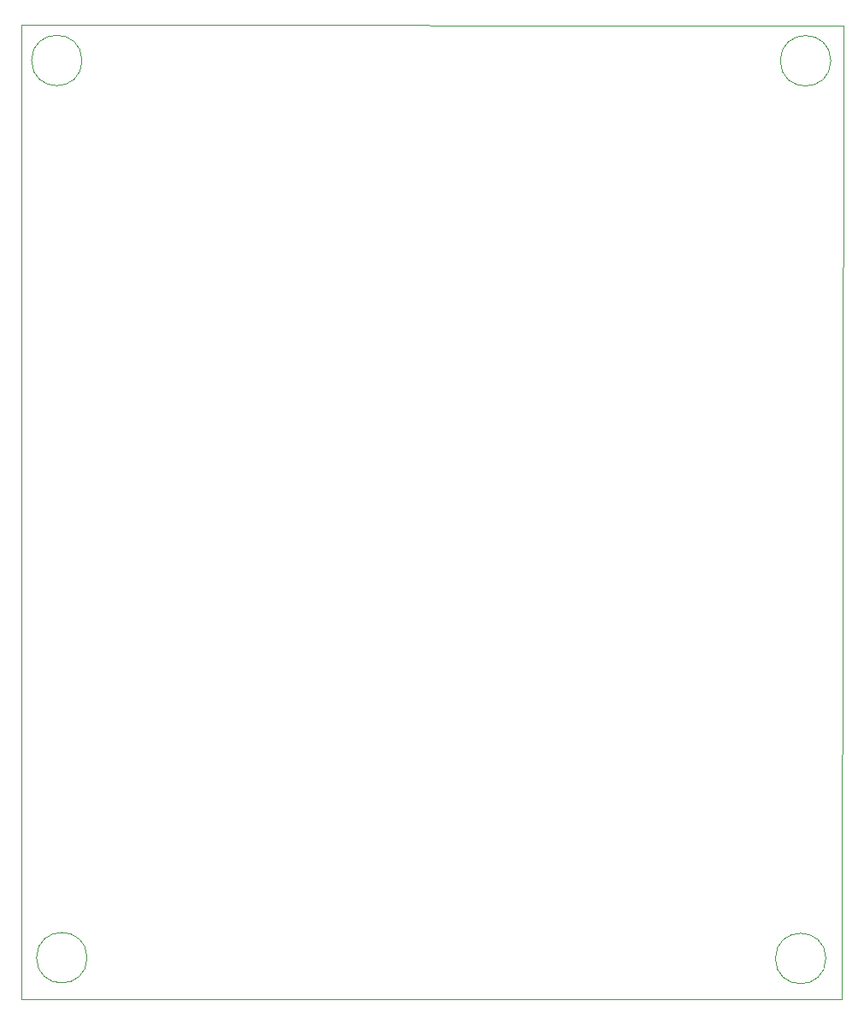
<source format=gm1>
G04 #@! TF.GenerationSoftware,KiCad,Pcbnew,(5.1.10)-1*
G04 #@! TF.CreationDate,2023-01-28T17:58:28+01:00*
G04 #@! TF.ProjectId,servo_board,73657276-6f5f-4626-9f61-72642e6b6963,1.0*
G04 #@! TF.SameCoordinates,Original*
G04 #@! TF.FileFunction,Profile,NP*
%FSLAX46Y46*%
G04 Gerber Fmt 4.6, Leading zero omitted, Abs format (unit mm)*
G04 Created by KiCad (PCBNEW (5.1.10)-1) date 2023-01-28 17:58:28*
%MOMM*%
%LPD*%
G01*
G04 APERTURE LIST*
G04 #@! TA.AperFunction,Profile*
%ADD10C,0.050000*%
G04 #@! TD*
G04 #@! TA.AperFunction,Profile*
%ADD11C,0.100000*%
G04 #@! TD*
G04 APERTURE END LIST*
D10*
X150955612Y-182501540D02*
G75*
G03*
X150955612Y-182501540I-2500232J0D01*
G01*
X77757892Y-182425340D02*
G75*
G03*
X77757892Y-182425340I-2500232J0D01*
G01*
X77260052Y-93545660D02*
G75*
G03*
X77260052Y-93545660I-2500232J0D01*
G01*
X151443292Y-93581220D02*
G75*
G03*
X151443292Y-93581220I-2500232J0D01*
G01*
D11*
X71224140Y-90020140D02*
X152681940Y-90070940D01*
X71274940Y-186519820D02*
X71224140Y-90020140D01*
X71274940Y-186524900D02*
X71274940Y-186519820D01*
X152509220Y-186494420D02*
X71274940Y-186524900D01*
X152681940Y-90070940D02*
X152509220Y-186494420D01*
M02*

</source>
